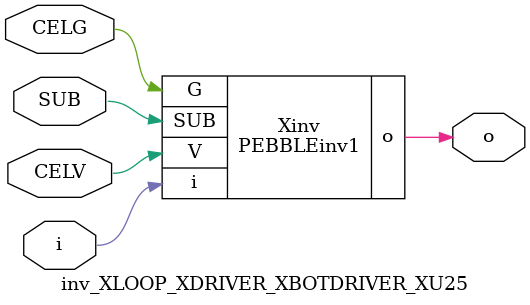
<source format=v>



module PEBBLEinv1 ( o, G, SUB, V, i );

  input V;
  input i;
  input G;
  output o;
  input SUB;
endmodule

//Celera Confidential Do Not Copy inv_XLOOP_XDRIVER_XBOTDRIVER_XU25
//Celera Confidential Symbol Generator
//5V Inverter
module inv_XLOOP_XDRIVER_XBOTDRIVER_XU25 (CELV,CELG,i,o,SUB);
input CELV;
input CELG;
input i;
input SUB;
output o;

//Celera Confidential Do Not Copy inv
PEBBLEinv1 Xinv(
.V (CELV),
.i (i),
.o (o),
.SUB (SUB),
.G (CELG)
);
//,diesize,PEBBLEinv1

//Celera Confidential Do Not Copy Module End
//Celera Schematic Generator
endmodule

</source>
